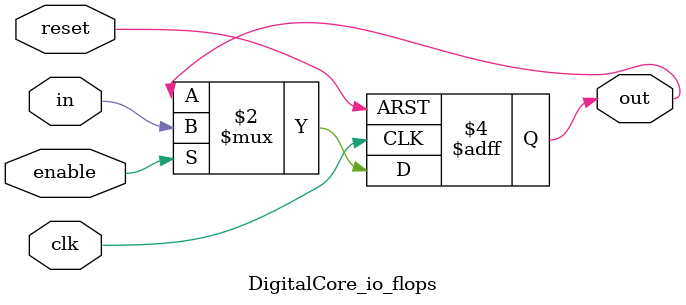
<source format=v>

`timescale 1ns/1ps

// no undeclared nets
//`default_nettype none

// A simple module just containing flops to be used for I/O. This is so
// that it is easier to tell floorplanning to put these flops in their
// own region and/or to not get optimized away during synthesis

module DigitalCore_io_flops (
        clk,
        reset,
        enable,
        in,
        out
    );

    //-----------------------------------------------------------------------------------
    //  Physical Parameters
    //-----------------------------------------------------------------------------------
    parameter Width =       1;
    parameter ResetVal =    1'b0;
    //-----------------------------------------------------------------------------------
    
    //-----------------------------------------------------------------------------------
    //  I/O
    //-----------------------------------------------------------------------------------
    input wire              clk;
    input wire              reset;
    input wire              enable;
    input wire  [Width-1:0] in;
    output reg  [Width-1:0] out;
    //-----------------------------------------------------------------------------------
    
    //-----------------------------------------------------------------------------------
    //  Register
    //-----------------------------------------------------------------------------------
    always @(posedge clk or posedge reset) begin
        if (reset) out <= ResetVal;
        else if (enable) out <= in;
    end 
    //-----------------------------------------------------------------------------------

endmodule


</source>
